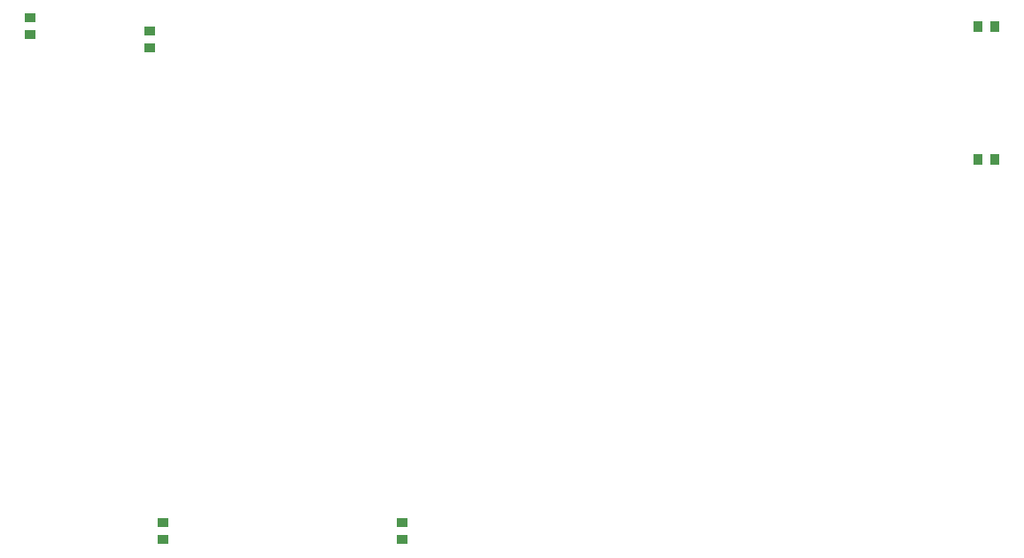
<source format=gbr>
G04 EAGLE Gerber RS-274X export*
G75*
%MOMM*%
%FSLAX34Y34*%
%LPD*%
%INSolderpaste Top*%
%IPPOS*%
%AMOC8*
5,1,8,0,0,1.08239X$1,22.5*%
G01*
%ADD10R,1.031241X0.949959*%
%ADD11R,0.949959X1.031241*%


D10*
X660400Y109601D03*
X660400Y93599D03*
D11*
X1439799Y584200D03*
X1455801Y584200D03*
X1439799Y457200D03*
X1455801Y457200D03*
D10*
X533400Y592201D03*
X533400Y576199D03*
X647700Y579501D03*
X647700Y563499D03*
X889000Y109601D03*
X889000Y93599D03*
M02*

</source>
